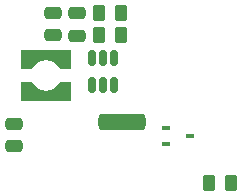
<source format=gbr>
%TF.GenerationSoftware,KiCad,Pcbnew,7.0.5*%
%TF.CreationDate,2023-07-26T01:35:09-03:00*%
%TF.ProjectId,HallCoinDetector,48616c6c-436f-4696-9e44-65746563746f,rev?*%
%TF.SameCoordinates,Original*%
%TF.FileFunction,Paste,Top*%
%TF.FilePolarity,Positive*%
%FSLAX46Y46*%
G04 Gerber Fmt 4.6, Leading zero omitted, Abs format (unit mm)*
G04 Created by KiCad (PCBNEW 7.0.5) date 2023-07-26 01:35:09*
%MOMM*%
%LPD*%
G01*
G04 APERTURE LIST*
G04 Aperture macros list*
%AMRoundRect*
0 Rectangle with rounded corners*
0 $1 Rounding radius*
0 $2 $3 $4 $5 $6 $7 $8 $9 X,Y pos of 4 corners*
0 Add a 4 corners polygon primitive as box body*
4,1,4,$2,$3,$4,$5,$6,$7,$8,$9,$2,$3,0*
0 Add four circle primitives for the rounded corners*
1,1,$1+$1,$2,$3*
1,1,$1+$1,$4,$5*
1,1,$1+$1,$6,$7*
1,1,$1+$1,$8,$9*
0 Add four rect primitives between the rounded corners*
20,1,$1+$1,$2,$3,$4,$5,0*
20,1,$1+$1,$4,$5,$6,$7,0*
20,1,$1+$1,$6,$7,$8,$9,0*
20,1,$1+$1,$8,$9,$2,$3,0*%
%AMFreePoly0*
4,1,19,2.150000,-1.200000,1.177922,-1.200000,1.064578,-1.003895,0.918917,-0.830439,0.745359,-0.684899,0.549174,-0.571693,0.336318,-0.494257,0.113252,-0.454942,-0.113252,-0.454942,-0.336318,-0.494257,-0.549174,-0.571693,-0.745359,-0.684899,-0.918917,-0.830439,-1.064578,-1.003895,-1.177922,-1.200000,-2.150000,-1.200000,-2.150000,0.400000,2.150000,0.400000,2.150000,-1.200000,2.150000,-1.200000,
$1*%
%AMFreePoly1*
4,1,19,-1.064578,1.003895,-0.918917,0.830439,-0.745359,0.684899,-0.549174,0.571693,-0.336318,0.494257,-0.113252,0.454942,0.113252,0.454942,0.336318,0.494257,0.549174,0.571693,0.745359,0.684899,0.918917,0.830439,1.064578,1.003895,1.177922,1.200000,2.150000,1.200000,2.150000,-0.400000,-2.150000,-0.400000,-2.150000,1.200000,-1.177922,1.200000,-1.064578,1.003895,-1.064578,1.003895,
$1*%
G04 Aperture macros list end*
%ADD10RoundRect,0.150000X0.150000X-0.512500X0.150000X0.512500X-0.150000X0.512500X-0.150000X-0.512500X0*%
%ADD11RoundRect,0.350000X-1.650000X0.350000X-1.650000X-0.350000X1.650000X-0.350000X1.650000X0.350000X0*%
%ADD12RoundRect,0.250000X0.262500X0.450000X-0.262500X0.450000X-0.262500X-0.450000X0.262500X-0.450000X0*%
%ADD13RoundRect,0.250000X0.475000X-0.250000X0.475000X0.250000X-0.475000X0.250000X-0.475000X-0.250000X0*%
%ADD14RoundRect,0.250000X-0.262500X-0.450000X0.262500X-0.450000X0.262500X0.450000X-0.262500X0.450000X0*%
%ADD15FreePoly0,0.000000*%
%ADD16FreePoly1,0.000000*%
%ADD17R,0.700000X0.450000*%
G04 APERTURE END LIST*
D10*
%TO.C,U2*%
X163890000Y-102807500D03*
X164840000Y-102807500D03*
X165790000Y-102807500D03*
X165790000Y-100532500D03*
X164840000Y-100532500D03*
X163890000Y-100532500D03*
%TD*%
D11*
%TO.C,BT1*%
X166454900Y-105873800D03*
%TD*%
D12*
%TO.C,R2*%
X166326500Y-96653600D03*
X164501500Y-96653600D03*
%TD*%
D13*
%TO.C,C1*%
X160638800Y-98568800D03*
X160638800Y-96668800D03*
%TD*%
D12*
%TO.C,R14*%
X175671800Y-111080800D03*
X173846800Y-111080800D03*
%TD*%
D14*
%TO.C,R1*%
X164501500Y-98584000D03*
X166326500Y-98584000D03*
%TD*%
D13*
%TO.C,C2*%
X157336800Y-107966800D03*
X157336800Y-106066800D03*
%TD*%
D15*
%TO.C,L1*%
X160057200Y-100237600D03*
D16*
X160057200Y-103737600D03*
%TD*%
D17*
%TO.C,Q2*%
X170170400Y-106458000D03*
X170170400Y-107758000D03*
X172170400Y-107108000D03*
%TD*%
D13*
%TO.C,C3*%
X162670800Y-98619600D03*
X162670800Y-96719600D03*
%TD*%
M02*

</source>
